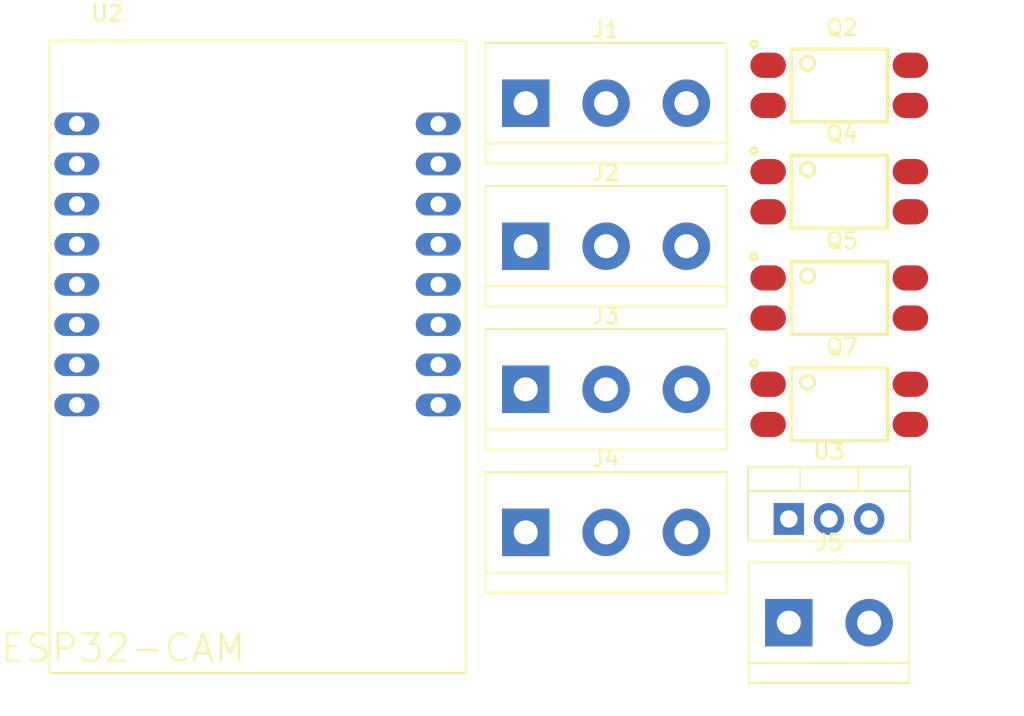
<source format=kicad_pcb>
(kicad_pcb (version 20240108) (generator "pcbnew") (generator_version "8.0")
  (layers (0 "F.Cu" signal) (31 "B.Cu" signal) (34 "B.Paste" user) (35 "F.Paste" user) (36 "B.SilkS" user "B.Silkscreen") (37 "F.SilkS" user "F.Silkscreen") (38 "B.Mask" user) (39 "F.Mask" user) (44 "Edge.Cuts" user))
  (net 0 "")
  (net 1 "14")
  (net 2 "12")
  (net 3 "11")
  (net 4 "Net-(J5-Pin_2)")
  (net 5 "GND")
  (net 6 "Net-(10K3-Pad2)")
  (net 7 "Net-(Q2-Pad1)")
  (net 8 "VCC")
  (net 9 "Net-(10K2-Pad2)")
  (net 10 "Net-(Q4-Pad1)")
  (net 11 "Net-(Q5-Pad1)")
  (net 12 "Net-(10K1-Pad2)")
  (net 13 "Net-(10K4-Pad2)")
  (net 14 "Net-(Q7-Pad1)")
  (net 16 "GPIO 15")
  (net 18 "GPIO 13")
  (net 19 "Net-(U1-OUT)")
  (net 22 "GPIO 14")
  (net 23 "GPIO 12")
  (footprint "TerminalBlock:TerminalBlock_bornier-3_P5.08mm" (layer "F.Cu") (at 148.46 91.92)
    (property "Reference" "J3" (at 5.05 -4.65 0) (layer "F.SilkS"))
    (property "Value" "Screw_Terminal_01x03")
    (fp_line (start -2.54 -3.81) (end 12.7 -3.81) (stroke (width 0.12)) (layer "F.SilkS"))
    (fp_line (start -2.54 2.54) (end 12.7 2.54) (stroke (width 0.12)) (layer "F.SilkS"))
    (fp_line (start -2.54 3.81) (end -2.54 -3.81) (stroke (width 0.12)) (layer "F.SilkS"))
    (fp_line (start -2.54 3.81) (end 12.7 3.81) (stroke (width 0.12)) (layer "F.SilkS"))
    (fp_line (start 12.7 3.81) (end 12.7 -3.81) (stroke (width 0.12)) (layer "F.SilkS"))
    (pad "1" thru_hole rect (at 0 0) (size 3 3) (drill 1.52) (layers "*.Cu" "*.Mask") (net 2 "12"))
    (pad "2" thru_hole circle (at 5.08 0) (size 3 3) (drill 1.52) (layers "*.Cu" "*.Mask") (net 3 "11"))
    (pad "3" thru_hole circle (at 10.16 0) (size 3 3) (drill 1.52) (layers "*.Cu" "*.Mask") (net 1 "14"))
  )
  (footprint "Optocoplador:SOT254P1025X400-4N" (layer "F.Cu") (at 168.29 92.87)
    (property "Reference" "Q7" (at 0.175155 -3.638415 0) (layer "F.SilkS") (effects (font (size 1.000937 1.000937))))
    (property "Value" "PC817-B")
    (fp_line (start -3.05 -2.3) (end 3.05 -2.3) (stroke (width 0.2)) (layer "F.SilkS"))
    (fp_line (start -3.05 2.3) (end -3.05 -2.3) (stroke (width 0.2)) (layer "F.SilkS"))
    (fp_line (start 3.05 -2.3) (end 3.05 2.3) (stroke (width 0.2)) (layer "F.SilkS"))
    (fp_line (start 3.05 2.3) (end -3.05 2.3) (stroke (width 0.2)) (layer "F.SilkS"))
    (fp_circle (center -5.4 -2.6) (end -5.2 -2.6) (stroke (width 0.2)) (fill none) (layer "F.SilkS"))
    (fp_circle (center -2 -1.4) (end -1.552787 -1.4) (stroke (width 0.2)) (fill none) (layer "F.SilkS"))
    (pad "1" smd oval (at -4.5 -1.27) (size 2.25 1.6) (layers "F.Cu" "F.Paste" "F.Mask") (net 14 "Net-(Q7-Pad1)"))
    (pad "2" smd oval (at -4.5 1.27) (size 2.25 1.6) (layers "F.Cu" "F.Paste" "F.Mask") (net 5 "GND"))
    (pad "3" smd oval (at 4.5 1.27) (size 2.25 1.6) (layers "F.Cu" "F.Paste" "F.Mask") (net 13 "Net-(10K4-Pad2)"))
    (pad "4" smd oval (at 4.5 -1.27) (size 2.25 1.6) (layers "F.Cu" "F.Paste" "F.Mask") (net 8 "VCC"))
  )
  (footprint "Optocoplador:SOT254P1025X400-4N" (layer "F.Cu") (at 168.29 72.695)
    (property "Reference" "Q2" (at 0.175155 -3.638415 0) (layer "F.SilkS") (effects (font (size 1.000937 1.000937))))
    (property "Value" "PC817-B")
    (fp_line (start -3.05 -2.3) (end 3.05 -2.3) (stroke (width 0.2)) (layer "F.SilkS"))
    (fp_line (start -3.05 2.3) (end -3.05 -2.3) (stroke (width 0.2)) (layer "F.SilkS"))
    (fp_line (start 3.05 -2.3) (end 3.05 2.3) (stroke (width 0.2)) (layer "F.SilkS"))
    (fp_line (start 3.05 2.3) (end -3.05 2.3) (stroke (width 0.2)) (layer "F.SilkS"))
    (fp_circle (center -5.4 -2.6) (end -5.2 -2.6) (stroke (width 0.2)) (fill none) (layer "F.SilkS"))
    (fp_circle (center -2 -1.4) (end -1.552787 -1.4) (stroke (width 0.2)) (fill none) (layer "F.SilkS"))
    (pad "1" smd oval (at -4.5 -1.27) (size 2.25 1.6) (layers "F.Cu" "F.Paste" "F.Mask") (net 7 "Net-(Q2-Pad1)"))
    (pad "2" smd oval (at -4.5 1.27) (size 2.25 1.6) (layers "F.Cu" "F.Paste" "F.Mask") (net 5 "GND"))
    (pad "3" smd oval (at 4.5 1.27) (size 2.25 1.6) (layers "F.Cu" "F.Paste" "F.Mask") (net 6 "Net-(10K3-Pad2)"))
    (pad "4" smd oval (at 4.5 -1.27) (size 2.25 1.6) (layers "F.Cu" "F.Paste" "F.Mask") (net 8 "VCC"))
  )
  (footprint "Package_TO_SOT_THT:TO-220-3_Vertical" (layer "F.Cu") (at 165.1 100.12)
    (property "Reference" "U3" (at 2.54 -4.27 0) (layer "F.SilkS"))
    (property "Value" "LM7805_TO220")
    (fp_line (start -2.58 -3.27) (end -2.58 1.371) (stroke (width 0.12)) (layer "F.SilkS"))
    (fp_line (start -2.58 -3.27) (end 7.66 -3.27) (stroke (width 0.12)) (layer "F.SilkS"))
    (fp_line (start -2.58 -1.76) (end 7.66 -1.76) (stroke (width 0.12)) (layer "F.SilkS"))
    (fp_line (start -2.58 1.371) (end 7.66 1.371) (stroke (width 0.12)) (layer "F.SilkS"))
    (fp_line (start 0.69 -3.27) (end 0.69 -1.76) (stroke (width 0.12)) (layer "F.SilkS"))
    (fp_line (start 4.391 -3.27) (end 4.391 -1.76) (stroke (width 0.12)) (layer "F.SilkS"))
    (fp_line (start 7.66 -3.27) (end 7.66 1.371) (stroke (width 0.12)) (layer "F.SilkS"))
    (pad "1" thru_hole rect (at 0 0) (size 1.905 2) (drill 1.1) (layers "*.Cu" "*.Mask"))
    (pad "2" thru_hole oval (at 2.54 0) (size 1.905 2) (drill 1.1) (layers "*.Cu" "*.Mask"))
    (pad "3" thru_hole oval (at 5.08 0) (size 1.905 2) (drill 1.1) (layers "*.Cu" "*.Mask"))
  )
  (footprint "TerminalBlock:TerminalBlock_bornier-2_P5.08mm" (layer "F.Cu") (at 165.1 106.68)
    (property "Reference" "J5" (at 2.54 -5.08 0) (layer "F.SilkS"))
    (property "Value" "Screw_Terminal_01x02")
    (fp_line (start -2.54 -3.81) (end -2.54 3.81) (stroke (width 0.12)) (layer "F.SilkS"))
    (fp_line (start -2.54 3.81) (end 7.62 3.81) (stroke (width 0.12)) (layer "F.SilkS"))
    (fp_line (start 7.62 -3.81) (end -2.54 -3.81) (stroke (width 0.12)) (layer "F.SilkS"))
    (fp_line (start 7.62 2.54) (end -2.54 2.54) (stroke (width 0.12)) (layer "F.SilkS"))
    (fp_line (start 7.62 3.81) (end 7.62 -3.81) (stroke (width 0.12)) (layer "F.SilkS"))
    (pad "1" thru_hole rect (at 0 0) (size 3 3) (drill 1.52) (layers "*.Cu" "*.Mask") (net 5 "GND"))
    (pad "2" thru_hole circle (at 5.08 0) (size 3 3) (drill 1.52) (layers "*.Cu" "*.Mask") (net 4 "Net-(J5-Pin_2)"))
  )
  (footprint "Optocoplador:SOT254P1025X400-4N" (layer "F.Cu") (at 168.29 86.145)
    (property "Reference" "Q5" (at 0.175155 -3.638415 0) (layer "F.SilkS") (effects (font (size 1.000937 1.000937))))
    (property "Value" "PC817-B")
    (fp_line (start -3.05 -2.3) (end 3.05 -2.3) (stroke (width 0.2)) (layer "F.SilkS"))
    (fp_line (start -3.05 2.3) (end -3.05 -2.3) (stroke (width 0.2)) (layer "F.SilkS"))
    (fp_line (start 3.05 -2.3) (end 3.05 2.3) (stroke (width 0.2)) (layer "F.SilkS"))
    (fp_line (start 3.05 2.3) (end -3.05 2.3) (stroke (width 0.2)) (layer "F.SilkS"))
    (fp_circle (center -5.4 -2.6) (end -5.2 -2.6) (stroke (width 0.2)) (fill none) (layer "F.SilkS"))
    (fp_circle (center -2 -1.4) (end -1.552787 -1.4) (stroke (width 0.2)) (fill none) (layer "F.SilkS"))
    (pad "1" smd oval (at -4.5 -1.27) (size 2.25 1.6) (layers "F.Cu" "F.Paste" "F.Mask") (net 11 "Net-(Q5-Pad1)"))
    (pad "2" smd oval (at -4.5 1.27) (size 2.25 1.6) (layers "F.Cu" "F.Paste" "F.Mask") (net 5 "GND"))
    (pad "3" smd oval (at 4.5 1.27) (size 2.25 1.6) (layers "F.Cu" "F.Paste" "F.Mask") (net 12 "Net-(10K1-Pad2)"))
    (pad "4" smd oval (at 4.5 -1.27) (size 2.25 1.6) (layers "F.Cu" "F.Paste" "F.Mask") (net 8 "VCC"))
  )
  (footprint "TerminalBlock:TerminalBlock_bornier-3_P5.08mm" (layer "F.Cu") (at 148.46 73.82)
    (property "Reference" "J1" (at 5.05 -4.65 0) (layer "F.SilkS"))
    (property "Value" "Screw_Terminal_01x03")
    (fp_line (start -2.54 -3.81) (end 12.7 -3.81) (stroke (width 0.12)) (layer "F.SilkS"))
    (fp_line (start -2.54 2.54) (end 12.7 2.54) (stroke (width 0.12)) (layer "F.SilkS"))
    (fp_line (start -2.54 3.81) (end -2.54 -3.81) (stroke (width 0.12)) (layer "F.SilkS"))
    (fp_line (start -2.54 3.81) (end 12.7 3.81) (stroke (width 0.12)) (layer "F.SilkS"))
    (fp_line (start 12.7 3.81) (end 12.7 -3.81) (stroke (width 0.12)) (layer "F.SilkS"))
    (pad "1" thru_hole rect (at 0 0) (size 3 3) (drill 1.52) (layers "*.Cu" "*.Mask") (net 2 "12"))
    (pad "2" thru_hole circle (at 5.08 0) (size 3 3) (drill 1.52) (layers "*.Cu" "*.Mask") (net 3 "11"))
    (pad "3" thru_hole circle (at 10.16 0) (size 3 3) (drill 1.52) (layers "*.Cu" "*.Mask") (net 1 "14"))
  )
  (footprint "TerminalBlock:TerminalBlock_bornier-3_P5.08mm" (layer "F.Cu") (at 148.46 100.97)
    (property "Reference" "J4" (at 5.05 -4.65 0) (layer "F.SilkS"))
    (property "Value" "Screw_Terminal_01x03")
    (fp_line (start -2.54 -3.81) (end 12.7 -3.81) (stroke (width 0.12)) (layer "F.SilkS"))
    (fp_line (start -2.54 2.54) (end 12.7 2.54) (stroke (width 0.12)) (layer "F.SilkS"))
    (fp_line (start -2.54 3.81) (end -2.54 -3.81) (stroke (width 0.12)) (layer "F.SilkS"))
    (fp_line (start -2.54 3.81) (end 12.7 3.81) (stroke (width 0.12)) (layer "F.SilkS"))
    (fp_line (start 12.7 3.81) (end 12.7 -3.81) (stroke (width 0.12)) (layer "F.SilkS"))
    (pad "1" thru_hole rect (at 0 0) (size 3 3) (drill 1.52) (layers "*.Cu" "*.Mask") (net 2 "12"))
    (pad "2" thru_hole circle (at 5.08 0) (size 3 3) (drill 1.52) (layers "*.Cu" "*.Mask") (net 3 "11"))
    (pad "3" thru_hole circle (at 10.16 0) (size 3 3) (drill 1.52) (layers "*.Cu" "*.Mask") (net 1 "14"))
  )
  (footprint "TerminalBlock:TerminalBlock_bornier-3_P5.08mm" (layer "F.Cu") (at 148.46 82.87)
    (property "Reference" "J2" (at 5.05 -4.65 0) (layer "F.SilkS"))
    (property "Value" "Screw_Terminal_01x03")
    (fp_line (start -2.54 -3.81) (end 12.7 -3.81) (stroke (width 0.12)) (layer "F.SilkS"))
    (fp_line (start -2.54 2.54) (end 12.7 2.54) (stroke (width 0.12)) (layer "F.SilkS"))
    (fp_line (start -2.54 3.81) (end -2.54 -3.81) (stroke (width 0.12)) (layer "F.SilkS"))
    (fp_line (start -2.54 3.81) (end 12.7 3.81) (stroke (width 0.12)) (layer "F.SilkS"))
    (fp_line (start 12.7 3.81) (end 12.7 -3.81) (stroke (width 0.12)) (layer "F.SilkS"))
    (pad "1" thru_hole rect (at 0 0) (size 3 3) (drill 1.52) (layers "*.Cu" "*.Mask") (net 2 "12"))
    (pad "2" thru_hole circle (at 5.08 0) (size 3 3) (drill 1.52) (layers "*.Cu" "*.Mask") (net 3 "11"))
    (pad "3" thru_hole circle (at 10.16 0) (size 3 3) (drill 1.52) (layers "*.Cu" "*.Mask") (net 1 "14"))
  )
  (footprint "ESP32 cam:ESP32-CAM" (layer "F.Cu") (at 131.4985 85.2885)
    (property "Reference" "U2" (at -9.525 -17.145 0) (layer "F.SilkS"))
    (property "Value" "ESP32-CAM")
    (fp_line (start -13.16 -15.43) (end 13.16 -15.43) (stroke (width 0.127)) (layer "F.SilkS"))
    (fp_line (start -13.16 24.57) (end -13.16 -15.43) (stroke (width 0.127)) (layer "F.SilkS"))
    (fp_line (start 13.16 -15.43) (end 13.16 24.57) (stroke (width 0.127)) (layer "F.SilkS"))
    (fp_line (start 13.16 24.57) (end -13.16 24.57) (stroke (width 0.127)) (layer "F.SilkS"))
    (fp_text user "ESP32-CAM" (at -8.5 23 0) (layer "F.SilkS") (effects (font (size 1.72 1.72))))
    (pad "P$1" thru_hole oval (at -11.43 -10.16) (size 2.8448 1.4224) (drill 1) (layers "*.Cu" "*.Mask") (net 19 "Net-(U1-OUT)"))
    (pad "P$2" thru_hole oval (at -11.43 -7.62) (size 2.8448 1.4224) (drill 1) (layers "*.Cu" "*.Mask"))
    (pad "P$3" thru_hole oval (at -11.43 -5.08) (size 2.8448 1.4224) (drill 1) (layers "*.Cu" "*.Mask") (net 23 "GPIO 12"))
    (pad "P$4" thru_hole oval (at -11.43 -2.54) (size 2.8448 1.4224) (drill 1) (layers "*.Cu" "*.Mask") (net 18 "GPIO 13"))
    (pad "P$5" thru_hole oval (at -11.43 0) (size 2.8448 1.4224) (drill 1) (layers "*.Cu" "*.Mask") (net 16 "GPIO 15"))
    (pad "P$6" thru_hole oval (at -11.43 2.54) (size 2.8448 1.4224) (drill 1) (layers "*.Cu" "*.Mask") (net 22 "GPIO 14"))
    (pad "P$7" thru_hole oval (at -11.43 5.08) (size 2.8448 1.4224) (drill 1) (layers "*.Cu" "*.Mask"))
    (pad "P$8" thru_hole oval (at -11.43 7.62) (size 2.8448 1.4224) (drill 1) (layers "*.Cu" "*.Mask"))
    (pad "P$9" thru_hole oval (at 11.43 7.62) (size 2.8448 1.4224) (drill 1) (layers "*.Cu" "*.Mask"))
    (pad "P$10" thru_hole oval (at 11.43 5.08) (size 2.8448 1.4224) (drill 1) (layers "*.Cu" "*.Mask"))
    (pad "P$11" thru_hole oval (at 11.43 2.54) (size 2.8448 1.4224) (drill 1) (layers "*.Cu" "*.Mask"))
    (pad "P$12" thru_hole oval (at 11.43 0) (size 2.8448 1.4224) (drill 1) (layers "*.Cu" "*.Mask"))
    (pad "P$13" thru_hole oval (at 11.43 -2.54) (size 2.8448 1.4224) (drill 1) (layers "*.Cu" "*.Mask"))
    (pad "P$14" thru_hole oval (at 11.43 -5.08) (size 2.8448 1.4224) (drill 1) (layers "*.Cu" "*.Mask"))
    (pad "P$15" thru_hole oval (at 11.43 -7.62) (size 2.8448 1.4224) (drill 1) (layers "*.Cu" "*.Mask"))
    (pad "P$16" thru_hole oval (at 11.43 -10.16) (size 2.8448 1.4224) (drill 1) (layers "*.Cu" "*.Mask"))
  )
  (footprint "Optocoplador:SOT254P1025X400-4N" (layer "F.Cu") (at 168.29 79.42)
    (property "Reference" "Q4" (at 0.175155 -3.638415 0) (layer "F.SilkS") (effects (font (size 1.000937 1.000937))))
    (property "Value" "PC817-B")
    (fp_line (start -3.05 -2.3) (end 3.05 -2.3) (stroke (width 0.2)) (layer "F.SilkS"))
    (fp_line (start -3.05 2.3) (end -3.05 -2.3) (stroke (width 0.2)) (layer "F.SilkS"))
    (fp_line (start 3.05 -2.3) (end 3.05 2.3) (stroke (width 0.2)) (layer "F.SilkS"))
    (fp_line (start 3.05 2.3) (end -3.05 2.3) (stroke (width 0.2)) (layer "F.SilkS"))
    (fp_circle (center -5.4 -2.6) (end -5.2 -2.6) (stroke (width 0.2)) (fill none) (layer "F.SilkS"))
    (fp_circle (center -2 -1.4) (end -1.552787 -1.4) (stroke (width 0.2)) (fill none) (layer "F.SilkS"))
    (pad "1" smd oval (at -4.5 -1.27) (size 2.25 1.6) (layers "F.Cu" "F.Paste" "F.Mask") (net 10 "Net-(Q4-Pad1)"))
    (pad "2" smd oval (at -4.5 1.27) (size 2.25 1.6) (layers "F.Cu" "F.Paste" "F.Mask") (net 5 "GND"))
    (pad "3" smd oval (at 4.5 1.27) (size 2.25 1.6) (layers "F.Cu" "F.Paste" "F.Mask") (net 9 "Net-(10K2-Pad2)"))
    (pad "4" smd oval (at 4.5 -1.27) (size 2.25 1.6) (layers "F.Cu" "F.Paste" "F.Mask") (net 8 "VCC"))
  )
)
</source>
